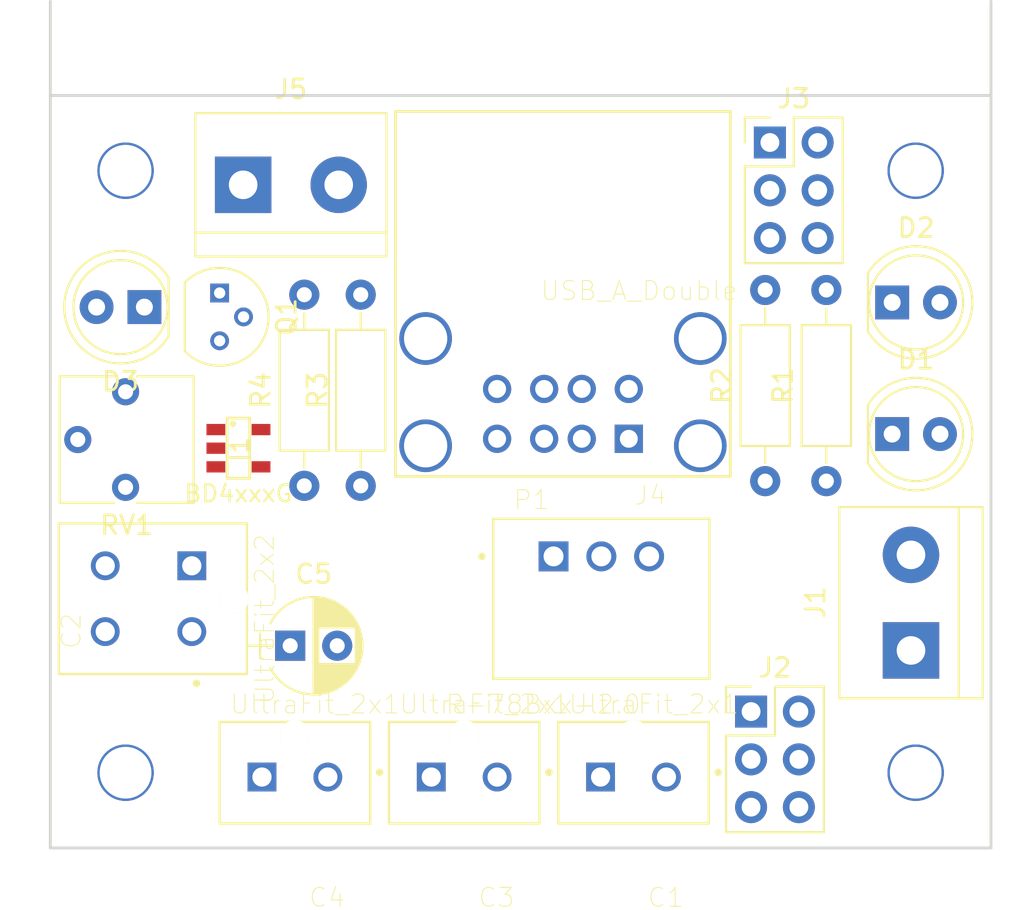
<source format=kicad_pcb>
(kicad_pcb (version 4) (host pcbnew 4.0.7)

  (general
    (links 47)
    (no_connects 47)
    (area 99.924999 54.924999 150.075001 100.075001)
    (thickness 1.6)
    (drawings 4)
    (tracks 0)
    (zones 0)
    (modules 25)
    (nets 11)
  )

  (page A4)
  (layers
    (0 F.Cu signal)
    (31 B.Cu signal)
    (32 B.Adhes user)
    (33 F.Adhes user)
    (34 B.Paste user)
    (35 F.Paste user)
    (36 B.SilkS user)
    (37 F.SilkS user)
    (38 B.Mask user)
    (39 F.Mask user)
    (40 Dwgs.User user)
    (41 Cmts.User user)
    (42 Eco1.User user)
    (43 Eco2.User user)
    (44 Edge.Cuts user)
    (45 Margin user)
    (46 B.CrtYd user)
    (47 F.CrtYd user)
    (48 B.Fab user)
    (49 F.Fab user)
  )

  (setup
    (last_trace_width 0.25)
    (trace_clearance 0.2)
    (zone_clearance 0.508)
    (zone_45_only no)
    (trace_min 0.2)
    (segment_width 0.2)
    (edge_width 0.15)
    (via_size 0.6)
    (via_drill 0.4)
    (via_min_size 0.4)
    (via_min_drill 0.3)
    (uvia_size 0.3)
    (uvia_drill 0.1)
    (uvias_allowed no)
    (uvia_min_size 0.2)
    (uvia_min_drill 0.1)
    (pcb_text_width 0.3)
    (pcb_text_size 1.5 1.5)
    (mod_edge_width 0.15)
    (mod_text_size 1 1)
    (mod_text_width 0.15)
    (pad_size 3 3)
    (pad_drill 2.75)
    (pad_to_mask_clearance 0.2)
    (aux_axis_origin 0 0)
    (grid_origin 100 100)
    (visible_elements FFFFFF7F)
    (pcbplotparams
      (layerselection 0x00030_80000001)
      (usegerberextensions false)
      (excludeedgelayer true)
      (linewidth 0.100000)
      (plotframeref false)
      (viasonmask false)
      (mode 1)
      (useauxorigin false)
      (hpglpennumber 1)
      (hpglpenspeed 20)
      (hpglpendiameter 15)
      (hpglpenoverlay 2)
      (psnegative false)
      (psa4output false)
      (plotreference true)
      (plotvalue true)
      (plotinvisibletext false)
      (padsonsilk false)
      (subtractmaskfromsilk false)
      (outputformat 1)
      (mirror false)
      (drillshape 1)
      (scaleselection 1)
      (outputdirectory ""))
  )

  (net 0 "")
  (net 1 "Net-(C1-Pad1)")
  (net 2 GND)
  (net 3 +12V)
  (net 4 "Net-(D1-Pad2)")
  (net 5 "Net-(D2-Pad2)")
  (net 6 "Net-(J3-Pad1)")
  (net 7 "Net-(D3-Pad1)")
  (net 8 "Net-(D3-Pad2)")
  (net 9 "Net-(I1-Pad1)")
  (net 10 "Net-(I1-Pad2)")

  (net_class Default "This is the default net class."
    (clearance 0.2)
    (trace_width 0.25)
    (via_dia 0.6)
    (via_drill 0.4)
    (uvia_dia 0.3)
    (uvia_drill 0.1)
    (add_net +12V)
    (add_net GND)
    (add_net "Net-(C1-Pad1)")
    (add_net "Net-(D1-Pad2)")
    (add_net "Net-(D2-Pad2)")
    (add_net "Net-(D3-Pad1)")
    (add_net "Net-(D3-Pad2)")
    (add_net "Net-(I1-Pad1)")
    (add_net "Net-(I1-Pad2)")
    (add_net "Net-(J3-Pad1)")
  )

  (module MiAM:CONV_R-78Bxx-2.0 (layer F.Cu) (tedit 0) (tstamp 5B958732)
    (at 126.75 84.5)
    (path /5B95859D)
    (fp_text reference P1 (at -1.16027 -3.00471) (layer F.SilkS)
      (effects (font (size 1.00363 1.00363) (thickness 0.05)))
    )
    (fp_text value R-78Bxx-2.0 (at -0.544523 7.87121) (layer F.SilkS)
      (effects (font (size 1.00261 1.00261) (thickness 0.05)))
    )
    (fp_line (start -3.21 6.5) (end 8.29 6.5) (layer F.SilkS) (width 0.127))
    (fp_line (start 8.29 6.5) (end 8.29 -2) (layer F.SilkS) (width 0.127))
    (fp_line (start 8.29 -2) (end -3.21 -2) (layer F.SilkS) (width 0.127))
    (fp_line (start -3.21 -2) (end -3.21 6.5) (layer F.SilkS) (width 0.127))
    (fp_line (start -3.46 -2.25) (end 8.54 -2.25) (layer Eco1.User) (width 0.05))
    (fp_line (start 8.54 -2.25) (end 8.54 6.75) (layer Eco1.User) (width 0.05))
    (fp_line (start 8.54 6.75) (end -3.46 6.75) (layer Eco1.User) (width 0.05))
    (fp_line (start -3.46 6.75) (end -3.46 -2.25) (layer Eco1.User) (width 0.05))
    (fp_line (start -3.21 -2) (end -3.21 6.5) (layer Dwgs.User) (width 0.127))
    (fp_line (start -3.21 -2) (end 8.29 -2) (layer Dwgs.User) (width 0.127))
    (fp_line (start 8.29 -2) (end 8.29 6.5) (layer Dwgs.User) (width 0.127))
    (fp_line (start -3.21 6.5) (end 8.29 6.5) (layer Dwgs.User) (width 0.127))
    (fp_circle (center -1.27 0) (end -1.17 0) (layer Dwgs.User) (width 0.2))
    (fp_circle (center -3.81 0) (end -3.71 0) (layer F.SilkS) (width 0.2))
    (pad 3 thru_hole circle (at 5.08 0) (size 1.59 1.59) (drill 1.06) (layers *.Cu *.Mask)
      (net 6 "Net-(J3-Pad1)"))
    (pad 1 thru_hole rect (at 0 0) (size 1.59 1.59) (drill 1.06) (layers *.Cu *.Mask)
      (net 3 +12V))
    (pad 2 thru_hole circle (at 2.54 0) (size 1.59 1.59) (drill 1.06) (layers *.Cu *.Mask)
      (net 2 GND))
  )

  (module LEDs:LED_D5.0mm (layer F.Cu) (tedit 5995936A) (tstamp 5B958843)
    (at 144.75 78)
    (descr "LED, diameter 5.0mm, 2 pins, http://cdn-reichelt.de/documents/datenblatt/A500/LL-504BC2E-009.pdf")
    (tags "LED diameter 5.0mm 2 pins")
    (path /5B95660D)
    (fp_text reference D1 (at 1.27 -3.96) (layer F.SilkS)
      (effects (font (size 1 1) (thickness 0.15)))
    )
    (fp_text value LED (at 1.27 3.96) (layer F.Fab)
      (effects (font (size 1 1) (thickness 0.15)))
    )
    (fp_arc (start 1.27 0) (end -1.23 -1.469694) (angle 299.1) (layer F.Fab) (width 0.1))
    (fp_arc (start 1.27 0) (end -1.29 -1.54483) (angle 148.9) (layer F.SilkS) (width 0.12))
    (fp_arc (start 1.27 0) (end -1.29 1.54483) (angle -148.9) (layer F.SilkS) (width 0.12))
    (fp_circle (center 1.27 0) (end 3.77 0) (layer F.Fab) (width 0.1))
    (fp_circle (center 1.27 0) (end 3.77 0) (layer F.SilkS) (width 0.12))
    (fp_line (start -1.23 -1.469694) (end -1.23 1.469694) (layer F.Fab) (width 0.1))
    (fp_line (start -1.29 -1.545) (end -1.29 1.545) (layer F.SilkS) (width 0.12))
    (fp_line (start -1.95 -3.25) (end -1.95 3.25) (layer F.CrtYd) (width 0.05))
    (fp_line (start -1.95 3.25) (end 4.5 3.25) (layer F.CrtYd) (width 0.05))
    (fp_line (start 4.5 3.25) (end 4.5 -3.25) (layer F.CrtYd) (width 0.05))
    (fp_line (start 4.5 -3.25) (end -1.95 -3.25) (layer F.CrtYd) (width 0.05))
    (fp_text user %R (at 1.25 0) (layer F.Fab)
      (effects (font (size 0.8 0.8) (thickness 0.2)))
    )
    (pad 1 thru_hole rect (at 0 0) (size 1.8 1.8) (drill 0.9) (layers *.Cu *.Mask)
      (net 2 GND))
    (pad 2 thru_hole circle (at 2.54 0) (size 1.8 1.8) (drill 0.9) (layers *.Cu *.Mask)
      (net 4 "Net-(D1-Pad2)"))
    (model ${KISYS3DMOD}/LEDs.3dshapes/LED_D5.0mm.wrl
      (at (xyz 0 0 0))
      (scale (xyz 0.393701 0.393701 0.393701))
      (rotate (xyz 0 0 0))
    )
  )

  (module LEDs:LED_D5.0mm (layer F.Cu) (tedit 5995936A) (tstamp 5B958849)
    (at 144.75 71)
    (descr "LED, diameter 5.0mm, 2 pins, http://cdn-reichelt.de/documents/datenblatt/A500/LL-504BC2E-009.pdf")
    (tags "LED diameter 5.0mm 2 pins")
    (path /5B958D4C)
    (fp_text reference D2 (at 1.27 -3.96) (layer F.SilkS)
      (effects (font (size 1 1) (thickness 0.15)))
    )
    (fp_text value LED (at 1.27 3.96) (layer F.Fab)
      (effects (font (size 1 1) (thickness 0.15)))
    )
    (fp_arc (start 1.27 0) (end -1.23 -1.469694) (angle 299.1) (layer F.Fab) (width 0.1))
    (fp_arc (start 1.27 0) (end -1.29 -1.54483) (angle 148.9) (layer F.SilkS) (width 0.12))
    (fp_arc (start 1.27 0) (end -1.29 1.54483) (angle -148.9) (layer F.SilkS) (width 0.12))
    (fp_circle (center 1.27 0) (end 3.77 0) (layer F.Fab) (width 0.1))
    (fp_circle (center 1.27 0) (end 3.77 0) (layer F.SilkS) (width 0.12))
    (fp_line (start -1.23 -1.469694) (end -1.23 1.469694) (layer F.Fab) (width 0.1))
    (fp_line (start -1.29 -1.545) (end -1.29 1.545) (layer F.SilkS) (width 0.12))
    (fp_line (start -1.95 -3.25) (end -1.95 3.25) (layer F.CrtYd) (width 0.05))
    (fp_line (start -1.95 3.25) (end 4.5 3.25) (layer F.CrtYd) (width 0.05))
    (fp_line (start 4.5 3.25) (end 4.5 -3.25) (layer F.CrtYd) (width 0.05))
    (fp_line (start 4.5 -3.25) (end -1.95 -3.25) (layer F.CrtYd) (width 0.05))
    (fp_text user %R (at 1.25 0) (layer F.Fab)
      (effects (font (size 0.8 0.8) (thickness 0.2)))
    )
    (pad 1 thru_hole rect (at 0 0) (size 1.8 1.8) (drill 0.9) (layers *.Cu *.Mask)
      (net 2 GND))
    (pad 2 thru_hole circle (at 2.54 0) (size 1.8 1.8) (drill 0.9) (layers *.Cu *.Mask)
      (net 5 "Net-(D2-Pad2)"))
    (model ${KISYS3DMOD}/LEDs.3dshapes/LED_D5.0mm.wrl
      (at (xyz 0 0 0))
      (scale (xyz 0.393701 0.393701 0.393701))
      (rotate (xyz 0 0 0))
    )
  )

  (module Connectors:bornier2 (layer F.Cu) (tedit 587FD522) (tstamp 5B95884F)
    (at 145.75 89.5 90)
    (descr "Bornier d'alimentation 2 pins")
    (tags DEV)
    (path /5B95696B)
    (fp_text reference J1 (at 2.54 -5.08 90) (layer F.SilkS)
      (effects (font (size 1 1) (thickness 0.15)))
    )
    (fp_text value Screw_Terminal_01x02 (at 2.54 5.08 90) (layer F.Fab)
      (effects (font (size 1 1) (thickness 0.15)))
    )
    (fp_line (start -2.41 2.55) (end 7.49 2.55) (layer F.Fab) (width 0.1))
    (fp_line (start -2.46 -3.75) (end -2.46 3.75) (layer F.Fab) (width 0.1))
    (fp_line (start -2.46 3.75) (end 7.54 3.75) (layer F.Fab) (width 0.1))
    (fp_line (start 7.54 3.75) (end 7.54 -3.75) (layer F.Fab) (width 0.1))
    (fp_line (start 7.54 -3.75) (end -2.46 -3.75) (layer F.Fab) (width 0.1))
    (fp_line (start 7.62 2.54) (end -2.54 2.54) (layer F.SilkS) (width 0.12))
    (fp_line (start 7.62 3.81) (end 7.62 -3.81) (layer F.SilkS) (width 0.12))
    (fp_line (start 7.62 -3.81) (end -2.54 -3.81) (layer F.SilkS) (width 0.12))
    (fp_line (start -2.54 -3.81) (end -2.54 3.81) (layer F.SilkS) (width 0.12))
    (fp_line (start -2.54 3.81) (end 7.62 3.81) (layer F.SilkS) (width 0.12))
    (fp_line (start -2.71 -4) (end 7.79 -4) (layer F.CrtYd) (width 0.05))
    (fp_line (start -2.71 -4) (end -2.71 4) (layer F.CrtYd) (width 0.05))
    (fp_line (start 7.79 4) (end 7.79 -4) (layer F.CrtYd) (width 0.05))
    (fp_line (start 7.79 4) (end -2.71 4) (layer F.CrtYd) (width 0.05))
    (pad 1 thru_hole rect (at 0 0 90) (size 3 3) (drill 1.52) (layers *.Cu *.Mask)
      (net 1 "Net-(C1-Pad1)"))
    (pad 2 thru_hole circle (at 5.08 0 90) (size 3 3) (drill 1.52) (layers *.Cu *.Mask)
      (net 2 GND))
    (model ${KISYS3DMOD}/Connectors.3dshapes/bornier2.wrl
      (at (xyz 0 0 0))
      (scale (xyz 1 1 1))
      (rotate (xyz 0 0 0))
    )
  )

  (module Pin_Headers:Pin_Header_Straight_2x03_Pitch2.54mm (layer F.Cu) (tedit 59650532) (tstamp 5B958859)
    (at 137.25 92.75)
    (descr "Through hole straight pin header, 2x03, 2.54mm pitch, double rows")
    (tags "Through hole pin header THT 2x03 2.54mm double row")
    (path /5B956A22)
    (fp_text reference J2 (at 1.27 -2.33) (layer F.SilkS)
      (effects (font (size 1 1) (thickness 0.15)))
    )
    (fp_text value Conn_02x03_Odd_Even (at 1.27 7.41) (layer F.Fab)
      (effects (font (size 1 1) (thickness 0.15)))
    )
    (fp_line (start 0 -1.27) (end 3.81 -1.27) (layer F.Fab) (width 0.1))
    (fp_line (start 3.81 -1.27) (end 3.81 6.35) (layer F.Fab) (width 0.1))
    (fp_line (start 3.81 6.35) (end -1.27 6.35) (layer F.Fab) (width 0.1))
    (fp_line (start -1.27 6.35) (end -1.27 0) (layer F.Fab) (width 0.1))
    (fp_line (start -1.27 0) (end 0 -1.27) (layer F.Fab) (width 0.1))
    (fp_line (start -1.33 6.41) (end 3.87 6.41) (layer F.SilkS) (width 0.12))
    (fp_line (start -1.33 1.27) (end -1.33 6.41) (layer F.SilkS) (width 0.12))
    (fp_line (start 3.87 -1.33) (end 3.87 6.41) (layer F.SilkS) (width 0.12))
    (fp_line (start -1.33 1.27) (end 1.27 1.27) (layer F.SilkS) (width 0.12))
    (fp_line (start 1.27 1.27) (end 1.27 -1.33) (layer F.SilkS) (width 0.12))
    (fp_line (start 1.27 -1.33) (end 3.87 -1.33) (layer F.SilkS) (width 0.12))
    (fp_line (start -1.33 0) (end -1.33 -1.33) (layer F.SilkS) (width 0.12))
    (fp_line (start -1.33 -1.33) (end 0 -1.33) (layer F.SilkS) (width 0.12))
    (fp_line (start -1.8 -1.8) (end -1.8 6.85) (layer F.CrtYd) (width 0.05))
    (fp_line (start -1.8 6.85) (end 4.35 6.85) (layer F.CrtYd) (width 0.05))
    (fp_line (start 4.35 6.85) (end 4.35 -1.8) (layer F.CrtYd) (width 0.05))
    (fp_line (start 4.35 -1.8) (end -1.8 -1.8) (layer F.CrtYd) (width 0.05))
    (fp_text user %R (at 1.27 2.54 90) (layer F.Fab)
      (effects (font (size 1 1) (thickness 0.15)))
    )
    (pad 1 thru_hole rect (at 0 0) (size 1.7 1.7) (drill 1) (layers *.Cu *.Mask)
      (net 1 "Net-(C1-Pad1)"))
    (pad 2 thru_hole oval (at 2.54 0) (size 1.7 1.7) (drill 1) (layers *.Cu *.Mask)
      (net 2 GND))
    (pad 3 thru_hole oval (at 0 2.54) (size 1.7 1.7) (drill 1) (layers *.Cu *.Mask)
      (net 1 "Net-(C1-Pad1)"))
    (pad 4 thru_hole oval (at 2.54 2.54) (size 1.7 1.7) (drill 1) (layers *.Cu *.Mask)
      (net 2 GND))
    (pad 5 thru_hole oval (at 0 5.08) (size 1.7 1.7) (drill 1) (layers *.Cu *.Mask)
      (net 1 "Net-(C1-Pad1)"))
    (pad 6 thru_hole oval (at 2.54 5.08) (size 1.7 1.7) (drill 1) (layers *.Cu *.Mask)
      (net 2 GND))
    (model ${KISYS3DMOD}/Pin_Headers.3dshapes/Pin_Header_Straight_2x03_Pitch2.54mm.wrl
      (at (xyz 0 0 0))
      (scale (xyz 1 1 1))
      (rotate (xyz 0 0 0))
    )
  )

  (module Pin_Headers:Pin_Header_Straight_2x03_Pitch2.54mm (layer F.Cu) (tedit 59650532) (tstamp 5B958863)
    (at 138.25 62.5)
    (descr "Through hole straight pin header, 2x03, 2.54mm pitch, double rows")
    (tags "Through hole pin header THT 2x03 2.54mm double row")
    (path /5B959101)
    (fp_text reference J3 (at 1.27 -2.33) (layer F.SilkS)
      (effects (font (size 1 1) (thickness 0.15)))
    )
    (fp_text value Conn_02x03_Odd_Even (at 1.27 7.41) (layer F.Fab)
      (effects (font (size 1 1) (thickness 0.15)))
    )
    (fp_line (start 0 -1.27) (end 3.81 -1.27) (layer F.Fab) (width 0.1))
    (fp_line (start 3.81 -1.27) (end 3.81 6.35) (layer F.Fab) (width 0.1))
    (fp_line (start 3.81 6.35) (end -1.27 6.35) (layer F.Fab) (width 0.1))
    (fp_line (start -1.27 6.35) (end -1.27 0) (layer F.Fab) (width 0.1))
    (fp_line (start -1.27 0) (end 0 -1.27) (layer F.Fab) (width 0.1))
    (fp_line (start -1.33 6.41) (end 3.87 6.41) (layer F.SilkS) (width 0.12))
    (fp_line (start -1.33 1.27) (end -1.33 6.41) (layer F.SilkS) (width 0.12))
    (fp_line (start 3.87 -1.33) (end 3.87 6.41) (layer F.SilkS) (width 0.12))
    (fp_line (start -1.33 1.27) (end 1.27 1.27) (layer F.SilkS) (width 0.12))
    (fp_line (start 1.27 1.27) (end 1.27 -1.33) (layer F.SilkS) (width 0.12))
    (fp_line (start 1.27 -1.33) (end 3.87 -1.33) (layer F.SilkS) (width 0.12))
    (fp_line (start -1.33 0) (end -1.33 -1.33) (layer F.SilkS) (width 0.12))
    (fp_line (start -1.33 -1.33) (end 0 -1.33) (layer F.SilkS) (width 0.12))
    (fp_line (start -1.8 -1.8) (end -1.8 6.85) (layer F.CrtYd) (width 0.05))
    (fp_line (start -1.8 6.85) (end 4.35 6.85) (layer F.CrtYd) (width 0.05))
    (fp_line (start 4.35 6.85) (end 4.35 -1.8) (layer F.CrtYd) (width 0.05))
    (fp_line (start 4.35 -1.8) (end -1.8 -1.8) (layer F.CrtYd) (width 0.05))
    (fp_text user %R (at 1.27 2.54 90) (layer F.Fab)
      (effects (font (size 1 1) (thickness 0.15)))
    )
    (pad 1 thru_hole rect (at 0 0) (size 1.7 1.7) (drill 1) (layers *.Cu *.Mask)
      (net 6 "Net-(J3-Pad1)"))
    (pad 2 thru_hole oval (at 2.54 0) (size 1.7 1.7) (drill 1) (layers *.Cu *.Mask)
      (net 2 GND))
    (pad 3 thru_hole oval (at 0 2.54) (size 1.7 1.7) (drill 1) (layers *.Cu *.Mask)
      (net 6 "Net-(J3-Pad1)"))
    (pad 4 thru_hole oval (at 2.54 2.54) (size 1.7 1.7) (drill 1) (layers *.Cu *.Mask)
      (net 2 GND))
    (pad 5 thru_hole oval (at 0 5.08) (size 1.7 1.7) (drill 1) (layers *.Cu *.Mask)
      (net 6 "Net-(J3-Pad1)"))
    (pad 6 thru_hole oval (at 2.54 5.08) (size 1.7 1.7) (drill 1) (layers *.Cu *.Mask)
      (net 2 GND))
    (model ${KISYS3DMOD}/Pin_Headers.3dshapes/Pin_Header_Straight_2x03_Pitch2.54mm.wrl
      (at (xyz 0 0 0))
      (scale (xyz 1 1 1))
      (rotate (xyz 0 0 0))
    )
  )

  (module MiAM:USB_A_Double_2410_05 (layer F.Cu) (tedit 5B96B2FB) (tstamp 5B96B3FC)
    (at 130.75 78.25 180)
    (path /5B96B45A)
    (fp_text reference J4 (at -1.16027 -3.00471 180) (layer F.SilkS)
      (effects (font (size 1.00363 1.00363) (thickness 0.05)))
    )
    (fp_text value USB_A_Double (at -0.544523 7.87121 180) (layer F.SilkS)
      (effects (font (size 1.00261 1.00261) (thickness 0.05)))
    )
    (fp_line (start -5.4 -2) (end 12.4 -2) (layer F.SilkS) (width 0.15))
    (fp_line (start 12.4 -2) (end 12.4 17.4) (layer F.SilkS) (width 0.15))
    (fp_line (start 12.4 17.4) (end -5.4 17.4) (layer F.SilkS) (width 0.15))
    (fp_line (start -5.4 17.4) (end -5.4 -2) (layer F.SilkS) (width 0.15))
    (fp_line (start -5.56 -2.15) (end 12.55 -2.15) (layer Eco1.User) (width 0.05))
    (fp_line (start 12.55 -2.15) (end 12.55 17.55) (layer Eco1.User) (width 0.05))
    (fp_line (start 12.55 17.55) (end -5.56 17.55) (layer Eco1.User) (width 0.05))
    (fp_line (start -5.56 17.55) (end -5.56 -2.15) (layer Eco1.User) (width 0.05))
    (fp_circle (center -1.27 0) (end -1.17 0) (layer Dwgs.User) (width 0.2))
    (fp_circle (center -3.81 0) (end -3.71 0) (layer F.SilkS) (width 0.2))
    (pad 7 thru_hole circle (at -3.8 5.33 180) (size 2.8 2.8) (drill 2.3) (layers *.Cu *.Mask))
    (pad 7 thru_hole circle (at 10.8 5.33 180) (size 2.8 2.8) (drill 2.3) (layers *.Cu *.Mask))
    (pad 7 thru_hole circle (at -3.8 -0.37 180) (size 2.8 2.8) (drill 2.3) (layers *.Cu *.Mask))
    (pad 7 thru_hole circle (at 10.8 -0.37 180) (size 2.8 2.8) (drill 2.3) (layers *.Cu *.Mask))
    (pad 1 thru_hole circle (at 0 2.65 180) (size 1.5 1.5) (drill 0.95) (layers *.Cu *.Mask)
      (net 6 "Net-(J3-Pad1)"))
    (pad 6 thru_hole circle (at 2.5 2.65 180) (size 1.5 1.5) (drill 0.95) (layers *.Cu *.Mask))
    (pad 5 thru_hole circle (at 4.5 2.65 180) (size 1.5 1.5) (drill 0.95) (layers *.Cu *.Mask))
    (pad 4 thru_hole circle (at 7 2.65 180) (size 1.5 1.5) (drill 0.95) (layers *.Cu *.Mask)
      (net 2 GND))
    (pad 4 thru_hole circle (at 7 0 180) (size 1.5 1.5) (drill 0.95) (layers *.Cu *.Mask)
      (net 2 GND))
    (pad 3 thru_hole circle (at 4.5 0 180) (size 1.5 1.5) (drill 0.95) (layers *.Cu *.Mask))
    (pad 1 thru_hole rect (at 0 0 180) (size 1.5 1.5) (drill 0.95) (layers *.Cu *.Mask)
      (net 6 "Net-(J3-Pad1)"))
    (pad 2 thru_hole circle (at 2.5 0 180) (size 1.5 1.5) (drill 0.95) (layers *.Cu *.Mask))
  )

  (module Connectors:bornier2 (layer F.Cu) (tedit 587FD522) (tstamp 5B96C693)
    (at 110.25 64.75)
    (descr "Bornier d'alimentation 2 pins")
    (tags DEV)
    (path /5B96BC9A)
    (fp_text reference J5 (at 2.54 -5.08) (layer F.SilkS)
      (effects (font (size 1 1) (thickness 0.15)))
    )
    (fp_text value Screw_Terminal_01x02 (at 2.54 5.08) (layer F.Fab)
      (effects (font (size 1 1) (thickness 0.15)))
    )
    (fp_line (start -2.41 2.55) (end 7.49 2.55) (layer F.Fab) (width 0.1))
    (fp_line (start -2.46 -3.75) (end -2.46 3.75) (layer F.Fab) (width 0.1))
    (fp_line (start -2.46 3.75) (end 7.54 3.75) (layer F.Fab) (width 0.1))
    (fp_line (start 7.54 3.75) (end 7.54 -3.75) (layer F.Fab) (width 0.1))
    (fp_line (start 7.54 -3.75) (end -2.46 -3.75) (layer F.Fab) (width 0.1))
    (fp_line (start 7.62 2.54) (end -2.54 2.54) (layer F.SilkS) (width 0.12))
    (fp_line (start 7.62 3.81) (end 7.62 -3.81) (layer F.SilkS) (width 0.12))
    (fp_line (start 7.62 -3.81) (end -2.54 -3.81) (layer F.SilkS) (width 0.12))
    (fp_line (start -2.54 -3.81) (end -2.54 3.81) (layer F.SilkS) (width 0.12))
    (fp_line (start -2.54 3.81) (end 7.62 3.81) (layer F.SilkS) (width 0.12))
    (fp_line (start -2.71 -4) (end 7.79 -4) (layer F.CrtYd) (width 0.05))
    (fp_line (start -2.71 -4) (end -2.71 4) (layer F.CrtYd) (width 0.05))
    (fp_line (start 7.79 4) (end 7.79 -4) (layer F.CrtYd) (width 0.05))
    (fp_line (start 7.79 4) (end -2.71 4) (layer F.CrtYd) (width 0.05))
    (pad 1 thru_hole rect (at 0 0) (size 3 3) (drill 1.52) (layers *.Cu *.Mask)
      (net 6 "Net-(J3-Pad1)"))
    (pad 2 thru_hole circle (at 5.08 0) (size 3 3) (drill 1.52) (layers *.Cu *.Mask)
      (net 2 GND))
    (model ${KISYS3DMOD}/Connectors.3dshapes/bornier2.wrl
      (at (xyz 0 0 0))
      (scale (xyz 1 1 1))
      (rotate (xyz 0 0 0))
    )
  )

  (module Molex_UltraFit:MOLEX_1722861102 (layer F.Cu) (tedit 5B96C7C9) (tstamp 5B96C9F2)
    (at 131 94 180)
    (path /5B9559EA)
    (fp_text reference C1 (at -1.71406 -8.63546 180) (layer F.SilkS)
      (effects (font (size 1.00238 1.00238) (thickness 0.05)))
    )
    (fp_text value UltraFit_2x1 (at -1.07887 1.64091 180) (layer F.SilkS)
      (effects (font (size 1.00362 1.00362) (thickness 0.05)))
    )
    (fp_line (start -4 -4.7) (end -4 0.7) (layer Dwgs.User) (width 0.127))
    (fp_line (start -4 0.7) (end 4 0.7) (layer Dwgs.User) (width 0.127))
    (fp_line (start 4 0.7) (end 4 -4.7) (layer Dwgs.User) (width 0.127))
    (fp_line (start 4 -4.7) (end -4 -4.7) (layer Dwgs.User) (width 0.127))
    (fp_circle (center -4.5 -1.98) (end -4.4 -1.98) (layer F.SilkS) (width 0.2))
    (fp_line (start -4.25 -8) (end 4.25 -8) (layer Eco1.User) (width 0.05))
    (fp_line (start 4.25 -8) (end 4.25 1) (layer Eco1.User) (width 0.05))
    (fp_line (start 4.25 1) (end -4.25 1) (layer Eco1.User) (width 0.05))
    (fp_line (start -4.25 1) (end -4.25 -8) (layer Eco1.User) (width 0.05))
    (fp_line (start -4 -4.7) (end -4 0.7) (layer F.SilkS) (width 0.127))
    (fp_line (start -4 0.7) (end 4 0.7) (layer F.SilkS) (width 0.127))
    (fp_line (start 4 0.7) (end 4 -4.7) (layer F.SilkS) (width 0.127))
    (fp_line (start 4 -4.7) (end -4 -4.7) (layer F.SilkS) (width 0.127))
    (pad 2 thru_hole circle (at -1.75 -2.23 180) (size 1.53 1.53) (drill 1.02) (layers *.Cu *.Mask)
      (net 2 GND))
    (pad 1 thru_hole rect (at 1.75 -2.23 180) (size 1.53 1.53) (drill 1.02) (layers *.Cu *.Mask)
      (net 1 "Net-(C1-Pad1)"))
    (pad Hole np_thru_hole circle (at 0 0 180) (size 1.6 1.6) (drill 1.6) (layers *.Cu *.Mask F.SilkS))
  )

  (module Molex_UltraFit:MOLEX_1722981104 (layer F.Cu) (tedit 5B96C8DC) (tstamp 5B96CA08)
    (at 109.75 86.75 90)
    (path /5B96CA43)
    (fp_text reference C2 (at -1.71406 -8.63546 90) (layer F.SilkS)
      (effects (font (size 1.00238 1.00238) (thickness 0.05)))
    )
    (fp_text value UltraFit_2x2 (at -1.07887 1.64091 90) (layer F.SilkS)
      (effects (font (size 1.00362 1.00362) (thickness 0.05)))
    )
    (fp_line (start -4 -9.3) (end -4 0.7) (layer Dwgs.User) (width 0.127))
    (fp_line (start -4 0.7) (end 4 0.7) (layer Dwgs.User) (width 0.127))
    (fp_line (start 4 0.7) (end 4 -9.3) (layer Dwgs.User) (width 0.127))
    (fp_line (start 4 -9.3) (end -4 -9.3) (layer Dwgs.User) (width 0.127))
    (fp_circle (center -4.5 -1.98) (end -4.4 -1.98) (layer F.SilkS) (width 0.2))
    (fp_line (start -4.25 -12.4) (end 4.25 -12.4) (layer Eco1.User) (width 0.05))
    (fp_line (start 4.25 -12.4) (end 4.25 1) (layer Eco1.User) (width 0.05))
    (fp_line (start 4.25 1) (end -4.25 1) (layer Eco1.User) (width 0.05))
    (fp_line (start -4.25 1) (end -4.25 -12.4) (layer Eco1.User) (width 0.05))
    (fp_line (start -4 -9.3) (end -4 0.7) (layer F.SilkS) (width 0.127))
    (fp_line (start -4 0.7) (end 4 0.7) (layer F.SilkS) (width 0.127))
    (fp_line (start 4 0.7) (end 4 -9.3) (layer F.SilkS) (width 0.127))
    (fp_line (start 4 -9.3) (end -4 -9.3) (layer F.SilkS) (width 0.127))
    (pad 3 thru_hole circle (at 1.75 -6.83 90) (size 1.53 1.53) (drill 1.02) (layers *.Cu *.Mask))
    (pad 4 thru_hole circle (at -1.75 -6.83 90) (size 1.53 1.53) (drill 1.02) (layers *.Cu *.Mask)
      (net 2 GND))
    (pad 2 thru_hole circle (at -1.75 -2.23 90) (size 1.53 1.53) (drill 1.02) (layers *.Cu *.Mask)
      (net 1 "Net-(C1-Pad1)"))
    (pad 1 thru_hole rect (at 1.75 -2.23 90) (size 1.53 1.53) (drill 1.02) (layers *.Cu *.Mask)
      (net 3 +12V))
    (pad Hole np_thru_hole circle (at 0 0 90) (size 1.6 1.6) (drill 1.6) (layers *.Cu *.Mask F.SilkS))
  )

  (module Molex_UltraFit:MOLEX_1722861102 (layer F.Cu) (tedit 5B96C7C9) (tstamp 5B96CA1C)
    (at 122 94 180)
    (path /5B955A5E)
    (fp_text reference C3 (at -1.71406 -8.63546 180) (layer F.SilkS)
      (effects (font (size 1.00238 1.00238) (thickness 0.05)))
    )
    (fp_text value UltraFit_2x1 (at -1.07887 1.64091 180) (layer F.SilkS)
      (effects (font (size 1.00362 1.00362) (thickness 0.05)))
    )
    (fp_line (start -4 -4.7) (end -4 0.7) (layer Dwgs.User) (width 0.127))
    (fp_line (start -4 0.7) (end 4 0.7) (layer Dwgs.User) (width 0.127))
    (fp_line (start 4 0.7) (end 4 -4.7) (layer Dwgs.User) (width 0.127))
    (fp_line (start 4 -4.7) (end -4 -4.7) (layer Dwgs.User) (width 0.127))
    (fp_circle (center -4.5 -1.98) (end -4.4 -1.98) (layer F.SilkS) (width 0.2))
    (fp_line (start -4.25 -8) (end 4.25 -8) (layer Eco1.User) (width 0.05))
    (fp_line (start 4.25 -8) (end 4.25 1) (layer Eco1.User) (width 0.05))
    (fp_line (start 4.25 1) (end -4.25 1) (layer Eco1.User) (width 0.05))
    (fp_line (start -4.25 1) (end -4.25 -8) (layer Eco1.User) (width 0.05))
    (fp_line (start -4 -4.7) (end -4 0.7) (layer F.SilkS) (width 0.127))
    (fp_line (start -4 0.7) (end 4 0.7) (layer F.SilkS) (width 0.127))
    (fp_line (start 4 0.7) (end 4 -4.7) (layer F.SilkS) (width 0.127))
    (fp_line (start 4 -4.7) (end -4 -4.7) (layer F.SilkS) (width 0.127))
    (pad 2 thru_hole circle (at -1.75 -2.23 180) (size 1.53 1.53) (drill 1.02) (layers *.Cu *.Mask)
      (net 2 GND))
    (pad 1 thru_hole rect (at 1.75 -2.23 180) (size 1.53 1.53) (drill 1.02) (layers *.Cu *.Mask)
      (net 1 "Net-(C1-Pad1)"))
    (pad Hole np_thru_hole circle (at 0 0 180) (size 1.6 1.6) (drill 1.6) (layers *.Cu *.Mask F.SilkS))
  )

  (module Molex_UltraFit:MOLEX_1722861102 (layer F.Cu) (tedit 5B96C7C9) (tstamp 5B96CA30)
    (at 113 94 180)
    (path /5B96C4D3)
    (fp_text reference C4 (at -1.71406 -8.63546 180) (layer F.SilkS)
      (effects (font (size 1.00238 1.00238) (thickness 0.05)))
    )
    (fp_text value UltraFit_2x1 (at -1.07887 1.64091 180) (layer F.SilkS)
      (effects (font (size 1.00362 1.00362) (thickness 0.05)))
    )
    (fp_line (start -4 -4.7) (end -4 0.7) (layer Dwgs.User) (width 0.127))
    (fp_line (start -4 0.7) (end 4 0.7) (layer Dwgs.User) (width 0.127))
    (fp_line (start 4 0.7) (end 4 -4.7) (layer Dwgs.User) (width 0.127))
    (fp_line (start 4 -4.7) (end -4 -4.7) (layer Dwgs.User) (width 0.127))
    (fp_circle (center -4.5 -1.98) (end -4.4 -1.98) (layer F.SilkS) (width 0.2))
    (fp_line (start -4.25 -8) (end 4.25 -8) (layer Eco1.User) (width 0.05))
    (fp_line (start 4.25 -8) (end 4.25 1) (layer Eco1.User) (width 0.05))
    (fp_line (start 4.25 1) (end -4.25 1) (layer Eco1.User) (width 0.05))
    (fp_line (start -4.25 1) (end -4.25 -8) (layer Eco1.User) (width 0.05))
    (fp_line (start -4 -4.7) (end -4 0.7) (layer F.SilkS) (width 0.127))
    (fp_line (start -4 0.7) (end 4 0.7) (layer F.SilkS) (width 0.127))
    (fp_line (start 4 0.7) (end 4 -4.7) (layer F.SilkS) (width 0.127))
    (fp_line (start 4 -4.7) (end -4 -4.7) (layer F.SilkS) (width 0.127))
    (pad 2 thru_hole circle (at -1.75 -2.23 180) (size 1.53 1.53) (drill 1.02) (layers *.Cu *.Mask)
      (net 2 GND))
    (pad 1 thru_hole rect (at 1.75 -2.23 180) (size 1.53 1.53) (drill 1.02) (layers *.Cu *.Mask)
      (net 1 "Net-(C1-Pad1)"))
    (pad Hole np_thru_hole circle (at 0 0 180) (size 1.6 1.6) (drill 1.6) (layers *.Cu *.Mask F.SilkS))
  )

  (module MiAM:NPTH_3mm_ID locked (layer F.Cu) (tedit 58E34364) (tstamp 5B96D31A)
    (at 146 96)
    (path /5B96D398)
    (fp_text reference H3 (at 0.06 0.09) (layer F.SilkS)
      (effects (font (size 1 1) (thickness 0.15)))
    )
    (fp_text value Hole_3mm_PTH (at 0 -2.7) (layer F.Fab)
      (effects (font (size 1 1) (thickness 0.15)))
    )
    (pad "" np_thru_hole circle (at 0 0) (size 3 3) (drill 2.75) (layers *.Cu *.Mask)
      (clearance 1.6))
  )

  (module MiAM:NPTH_3mm_ID locked (layer F.Cu) (tedit 58E34364) (tstamp 5B96D31F)
    (at 104 96)
    (path /5B96D44E)
    (fp_text reference H4 (at 0.06 0.09) (layer F.SilkS)
      (effects (font (size 1 1) (thickness 0.15)))
    )
    (fp_text value Hole_3mm_PTH (at 0 -2.7) (layer F.Fab)
      (effects (font (size 1 1) (thickness 0.15)))
    )
    (pad "" np_thru_hole circle (at 0 0) (size 3 3) (drill 2.75) (layers *.Cu *.Mask)
      (clearance 1.6))
  )

  (module MiAM:NPTH_3mm_ID locked (layer F.Cu) (tedit 58E34364) (tstamp 5B96D613)
    (at 104 64)
    (path /5B96D23B)
    (fp_text reference H1 (at 0.06 0.09) (layer F.SilkS)
      (effects (font (size 1 1) (thickness 0.15)))
    )
    (fp_text value Hole_3mm_PTH (at 0 -2.7) (layer F.Fab)
      (effects (font (size 1 1) (thickness 0.15)))
    )
    (pad "" np_thru_hole circle (at 0 0) (size 3 3) (drill 2.75) (layers *.Cu *.Mask)
      (clearance 1.6))
  )

  (module MiAM:NPTH_3mm_ID locked (layer F.Cu) (tedit 58E34364) (tstamp 5B96D618)
    (at 146 64)
    (path /5B96D448)
    (fp_text reference H2 (at 0.06 0.09) (layer F.SilkS)
      (effects (font (size 1 1) (thickness 0.15)))
    )
    (fp_text value Hole_3mm_PTH (at 0 -2.7) (layer F.Fab)
      (effects (font (size 1 1) (thickness 0.15)))
    )
    (pad "" np_thru_hole circle (at 0 0) (size 3 3) (drill 2.75) (layers *.Cu *.Mask)
      (clearance 1.6))
  )

  (module LEDs:LED_D5.0mm (layer F.Cu) (tedit 5995936A) (tstamp 5B9AB7E2)
    (at 105 71.25 180)
    (descr "LED, diameter 5.0mm, 2 pins, http://cdn-reichelt.de/documents/datenblatt/A500/LL-504BC2E-009.pdf")
    (tags "LED diameter 5.0mm 2 pins")
    (path /5B9ACB72)
    (fp_text reference D3 (at 1.27 -3.96 180) (layer F.SilkS)
      (effects (font (size 1 1) (thickness 0.15)))
    )
    (fp_text value LED (at 1.27 3.96 180) (layer F.Fab)
      (effects (font (size 1 1) (thickness 0.15)))
    )
    (fp_arc (start 1.27 0) (end -1.23 -1.469694) (angle 299.1) (layer F.Fab) (width 0.1))
    (fp_arc (start 1.27 0) (end -1.29 -1.54483) (angle 148.9) (layer F.SilkS) (width 0.12))
    (fp_arc (start 1.27 0) (end -1.29 1.54483) (angle -148.9) (layer F.SilkS) (width 0.12))
    (fp_circle (center 1.27 0) (end 3.77 0) (layer F.Fab) (width 0.1))
    (fp_circle (center 1.27 0) (end 3.77 0) (layer F.SilkS) (width 0.12))
    (fp_line (start -1.23 -1.469694) (end -1.23 1.469694) (layer F.Fab) (width 0.1))
    (fp_line (start -1.29 -1.545) (end -1.29 1.545) (layer F.SilkS) (width 0.12))
    (fp_line (start -1.95 -3.25) (end -1.95 3.25) (layer F.CrtYd) (width 0.05))
    (fp_line (start -1.95 3.25) (end 4.5 3.25) (layer F.CrtYd) (width 0.05))
    (fp_line (start 4.5 3.25) (end 4.5 -3.25) (layer F.CrtYd) (width 0.05))
    (fp_line (start 4.5 -3.25) (end -1.95 -3.25) (layer F.CrtYd) (width 0.05))
    (fp_text user %R (at 1.25 0 180) (layer F.Fab)
      (effects (font (size 0.8 0.8) (thickness 0.2)))
    )
    (pad 1 thru_hole rect (at 0 0 180) (size 1.8 1.8) (drill 0.9) (layers *.Cu *.Mask)
      (net 7 "Net-(D3-Pad1)"))
    (pad 2 thru_hole circle (at 2.54 0 180) (size 1.8 1.8) (drill 0.9) (layers *.Cu *.Mask)
      (net 8 "Net-(D3-Pad2)"))
    (model ${KISYS3DMOD}/LEDs.3dshapes/LED_D5.0mm.wrl
      (at (xyz 0 0 0))
      (scale (xyz 0.393701 0.393701 0.393701))
      (rotate (xyz 0 0 0))
    )
  )

  (module MiAM:SSOP-5 (layer F.Cu) (tedit 546581C3) (tstamp 5B9AB7EB)
    (at 110 78.75 270)
    (path /5B9AB4A9)
    (fp_text reference I1 (at 0.0635 -0.0635 270) (layer F.SilkS)
      (effects (font (size 0.9 0.9) (thickness 0.15)))
    )
    (fp_text value BD4xxxG (at 2.413 0 360) (layer F.SilkS)
      (effects (font (size 0.9 0.9) (thickness 0.125)))
    )
    (fp_circle (center -1.3 0.3) (end -1.3 0.2) (layer F.SilkS) (width 0.15))
    (fp_line (start -1.6 -0.6) (end -1.6 0.6) (layer F.SilkS) (width 0.15))
    (fp_line (start -1.6 0.6) (end 1.6 0.6) (layer F.SilkS) (width 0.15))
    (fp_line (start 1.6 0.6) (end 1.6 -0.6) (layer F.SilkS) (width 0.15))
    (fp_line (start 1.6 -0.6) (end -1.6 -0.6) (layer F.SilkS) (width 0.15))
    (pad 1 smd rect (at -0.99 1.2 270) (size 0.6 1) (layers F.Cu F.Paste F.Mask)
      (net 9 "Net-(I1-Pad1)"))
    (pad 2 smd rect (at 0 1.2 270) (size 0.6 1) (layers F.Cu F.Paste F.Mask)
      (net 10 "Net-(I1-Pad2)"))
    (pad 3 smd rect (at 0.99 1.2 270) (size 0.6 1) (layers F.Cu F.Paste F.Mask)
      (net 2 GND))
    (pad 4 smd rect (at 0.99 -1.2 270) (size 0.6 1) (layers F.Cu F.Paste F.Mask))
    (pad 5 smd rect (at -0.99 -1.2 270) (size 0.6 1) (layers F.Cu F.Paste F.Mask))
  )

  (module TO_SOT_Packages_THT:TO-92_Molded_Narrow (layer F.Cu) (tedit 58CE52AF) (tstamp 5B9AB7F2)
    (at 109 70.5 270)
    (descr "TO-92 leads molded, narrow, drill 0.6mm (see NXP sot054_po.pdf)")
    (tags "to-92 sc-43 sc-43a sot54 PA33 transistor")
    (path /5B9AC4C2)
    (fp_text reference Q1 (at 1.27 -3.56 270) (layer F.SilkS)
      (effects (font (size 1 1) (thickness 0.15)))
    )
    (fp_text value BS170 (at 1.27 2.79 270) (layer F.Fab)
      (effects (font (size 1 1) (thickness 0.15)))
    )
    (fp_text user %R (at 1.27 -3.56 270) (layer F.Fab)
      (effects (font (size 1 1) (thickness 0.15)))
    )
    (fp_line (start -0.53 1.85) (end 3.07 1.85) (layer F.SilkS) (width 0.12))
    (fp_line (start -0.5 1.75) (end 3 1.75) (layer F.Fab) (width 0.1))
    (fp_line (start -1.46 -2.73) (end 4 -2.73) (layer F.CrtYd) (width 0.05))
    (fp_line (start -1.46 -2.73) (end -1.46 2.01) (layer F.CrtYd) (width 0.05))
    (fp_line (start 4 2.01) (end 4 -2.73) (layer F.CrtYd) (width 0.05))
    (fp_line (start 4 2.01) (end -1.46 2.01) (layer F.CrtYd) (width 0.05))
    (fp_arc (start 1.27 0) (end 1.27 -2.48) (angle 135) (layer F.Fab) (width 0.1))
    (fp_arc (start 1.27 0) (end 1.27 -2.6) (angle -135) (layer F.SilkS) (width 0.12))
    (fp_arc (start 1.27 0) (end 1.27 -2.48) (angle -135) (layer F.Fab) (width 0.1))
    (fp_arc (start 1.27 0) (end 1.27 -2.6) (angle 135) (layer F.SilkS) (width 0.12))
    (pad 2 thru_hole circle (at 1.27 -1.27) (size 1 1) (drill 0.6) (layers *.Cu *.Mask)
      (net 9 "Net-(I1-Pad1)"))
    (pad 3 thru_hole circle (at 2.54 0) (size 1 1) (drill 0.6) (layers *.Cu *.Mask)
      (net 2 GND))
    (pad 1 thru_hole rect (at 0 0) (size 1 1) (drill 0.6) (layers *.Cu *.Mask)
      (net 7 "Net-(D3-Pad1)"))
    (model ${KISYS3DMOD}/TO_SOT_Packages_THT.3dshapes/TO-92_Molded_Narrow.wrl
      (at (xyz 0.05 0 0))
      (scale (xyz 1 1 1))
      (rotate (xyz 0 0 -90))
    )
  )

  (module Potentiometers:Potentiometer_Trimmer_Vishay_T73YP_Horizontal (layer F.Cu) (tedit 58826B09) (tstamp 5B9B37AE)
    (at 104 75.75 180)
    (descr "Potentiometer, horizontally mounted, Omeg PC16PU, Omeg PC16PU, Omeg PC16PU, Vishay/Spectrol 248GJ/249GJ Single, Vishay/Spectrol 248GJ/249GJ Single, Vishay/Spectrol 248GJ/249GJ Single, Vishay/Spectrol 248GH/249GH Single, Vishay/Spectrol 148/149 Single, Vishay/Spectrol 148/149 Single, Vishay/Spectrol 148/149 Single, Vishay/Spectrol 148A/149A Single with mounting plates, Vishay/Spectrol 148/149 Double, Vishay/Spectrol 148A/149A Double with mounting plates, Piher PC-16 Single, Piher PC-16 Single, Piher PC-16 Single, Piher PC-16SV Single, Piher PC-16 Double, Piher PC-16 Triple, Piher T16H Single, Piher T16L Single, Piher T16H Double, Alps RK163 Single, Alps RK163 Double, Alps RK097 Single, Alps RK097 Double, Bourns PTV09A-2 Single with mounting sleve Single, Bourns PTV09A-1 with mounting sleve Single, Bourns PRS11S Single, Alps RK09K Single with mounting sleve Single, Alps RK09K with mounting sleve Single, Alps RK09L Single, Alps RK09L Single, Alps RK09L Double, Alps RK09L Double, Alps RK09Y Single, Bourns 3339S Single, Bourns 3339S Single, Bourns 3339P Single, Bourns 3339H Single, Vishay T7YA Single, Suntan TSR-3386H Single, Suntan TSR-3386H Single, Suntan TSR-3386P Single, Vishay T73XX Single, Vishay T73XX Single, Vishay T73YP Single, http://www.vishay.com/docs/51016/t73.pdf")
    (tags "Potentiometer horizontal  Omeg PC16PU  Omeg PC16PU  Omeg PC16PU  Vishay/Spectrol 248GJ/249GJ Single  Vishay/Spectrol 248GJ/249GJ Single  Vishay/Spectrol 248GJ/249GJ Single  Vishay/Spectrol 248GH/249GH Single  Vishay/Spectrol 148/149 Single  Vishay/Spectrol 148/149 Single  Vishay/Spectrol 148/149 Single  Vishay/Spectrol 148A/149A Single with mounting plates  Vishay/Spectrol 148/149 Double  Vishay/Spectrol 148A/149A Double with mounting plates  Piher PC-16 Single  Piher PC-16 Single  Piher PC-16 Single  Piher PC-16SV Single  Piher PC-16 Double  Piher PC-16 Triple  Piher T16H Single  Piher T16L Single  Piher T16H Double  Alps RK163 Single  Alps RK163 Double  Alps RK097 Single  Alps RK097 Double  Bourns PTV09A-2 Single with mounting sleve Single  Bourns PTV09A-1 with mounting sleve Single  Bourns PRS11S Single  Alps RK09K Single with mounting sleve Single  Alps RK09K with mounting sleve Single  Alps RK09L Single  Alps RK09L Single  Alps RK09L Double  Alps RK09L Double  Alps RK09Y Single  Bourns 3339S Single  Bourns 3339S Single  Bourns 3339P Single  Bourns 3339H Single  Vishay T7YA Single  Suntan TSR-3386H Single  Suntan TSR-3386H Single  Suntan TSR-3386P Single  Vishay T73XX Single  Vishay T73XX Single  Vishay T73YP Single")
    (path /5B9AF344)
    (fp_text reference RV1 (at -0.06 -7.09 180) (layer F.SilkS)
      (effects (font (size 1 1) (thickness 0.15)))
    )
    (fp_text value 50k (at -0.06 2.01 180) (layer F.Fab)
      (effects (font (size 1 1) (thickness 0.15)))
    )
    (fp_circle (center 0.24 -2.54) (end 1.74 -2.54) (layer F.Fab) (width 0.1))
    (fp_circle (center 0.24 -2.54) (end 1.74 -2.54) (layer F.Fab) (width 0.1))
    (fp_line (start -3.56 -5.84) (end -3.56 0.76) (layer F.Fab) (width 0.1))
    (fp_line (start -3.56 0.76) (end 3.44 0.76) (layer F.Fab) (width 0.1))
    (fp_line (start 3.44 0.76) (end 3.44 -5.84) (layer F.Fab) (width 0.1))
    (fp_line (start 3.44 -5.84) (end -3.56 -5.84) (layer F.Fab) (width 0.1))
    (fp_line (start -0.961 -2.616) (end 0.164 -2.616) (layer F.Fab) (width 0.1))
    (fp_line (start 0.164 -2.616) (end 0.164 -3.741) (layer F.Fab) (width 0.1))
    (fp_line (start 0.164 -3.741) (end 0.316 -3.741) (layer F.Fab) (width 0.1))
    (fp_line (start 0.316 -3.741) (end 0.316 -2.616) (layer F.Fab) (width 0.1))
    (fp_line (start 0.316 -2.616) (end 1.441 -2.616) (layer F.Fab) (width 0.1))
    (fp_line (start 1.441 -2.616) (end 1.441 -2.464) (layer F.Fab) (width 0.1))
    (fp_line (start 1.441 -2.464) (end 0.316 -2.464) (layer F.Fab) (width 0.1))
    (fp_line (start 0.316 -2.464) (end 0.316 -1.339) (layer F.Fab) (width 0.1))
    (fp_line (start 0.316 -1.339) (end 0.164 -1.339) (layer F.Fab) (width 0.1))
    (fp_line (start 0.164 -1.339) (end 0.164 -2.464) (layer F.Fab) (width 0.1))
    (fp_line (start 0.164 -2.464) (end -0.961 -2.464) (layer F.Fab) (width 0.1))
    (fp_line (start -0.961 -2.464) (end -0.961 -2.616) (layer F.Fab) (width 0.1))
    (fp_line (start -3.62 -5.9) (end -0.611 -5.9) (layer F.SilkS) (width 0.12))
    (fp_line (start 0.611 -5.9) (end 3.5 -5.9) (layer F.SilkS) (width 0.12))
    (fp_line (start -3.62 0.82) (end -0.611 0.82) (layer F.SilkS) (width 0.12))
    (fp_line (start 0.611 0.82) (end 3.5 0.82) (layer F.SilkS) (width 0.12))
    (fp_line (start -3.62 -5.9) (end -3.62 0.82) (layer F.SilkS) (width 0.12))
    (fp_line (start 3.5 -5.9) (end 3.5 0.82) (layer F.SilkS) (width 0.12))
    (fp_line (start -3.85 -6.1) (end -3.85 1.05) (layer F.CrtYd) (width 0.05))
    (fp_line (start -3.85 1.05) (end 3.7 1.05) (layer F.CrtYd) (width 0.05))
    (fp_line (start 3.7 1.05) (end 3.7 -6.1) (layer F.CrtYd) (width 0.05))
    (fp_line (start 3.7 -6.1) (end -3.85 -6.1) (layer F.CrtYd) (width 0.05))
    (pad 3 thru_hole circle (at 0 -5.08 180) (size 1.44 1.44) (drill 0.8) (layers *.Cu *.Mask)
      (net 2 GND))
    (pad 2 thru_hole circle (at 2.54 -2.54 180) (size 1.44 1.44) (drill 0.8) (layers *.Cu *.Mask)
      (net 2 GND))
    (pad 1 thru_hole circle (at 0 0 180) (size 1.44 1.44) (drill 0.8) (layers *.Cu *.Mask)
      (net 10 "Net-(I1-Pad2)"))
    (model Potentiometers.3dshapes/Potentiometer_Trimmer_Vishay_T73YP_Horizontal.wrl
      (at (xyz 0 0 0))
      (scale (xyz 0.393701 0.393701 0.393701))
      (rotate (xyz 0 0 0))
    )
  )

  (module Capacitors_THT:CP_Radial_D5.0mm_P2.50mm (layer F.Cu) (tedit 597BC7C2) (tstamp 5B9BB24D)
    (at 112.75 89.25)
    (descr "CP, Radial series, Radial, pin pitch=2.50mm, , diameter=5mm, Electrolytic Capacitor")
    (tags "CP Radial series Radial pin pitch 2.50mm  diameter 5mm Electrolytic Capacitor")
    (path /5B9ACB50)
    (fp_text reference C5 (at 1.25 -3.81) (layer F.SilkS)
      (effects (font (size 1 1) (thickness 0.15)))
    )
    (fp_text value CP1 (at 1.25 3.81) (layer F.Fab)
      (effects (font (size 1 1) (thickness 0.15)))
    )
    (fp_arc (start 1.25 0) (end -1.05558 -1.18) (angle 125.8) (layer F.SilkS) (width 0.12))
    (fp_arc (start 1.25 0) (end -1.05558 1.18) (angle -125.8) (layer F.SilkS) (width 0.12))
    (fp_arc (start 1.25 0) (end 3.55558 -1.18) (angle 54.2) (layer F.SilkS) (width 0.12))
    (fp_circle (center 1.25 0) (end 3.75 0) (layer F.Fab) (width 0.1))
    (fp_line (start -2.2 0) (end -1 0) (layer F.Fab) (width 0.1))
    (fp_line (start -1.6 -0.65) (end -1.6 0.65) (layer F.Fab) (width 0.1))
    (fp_line (start 1.25 -2.55) (end 1.25 2.55) (layer F.SilkS) (width 0.12))
    (fp_line (start 1.29 -2.55) (end 1.29 2.55) (layer F.SilkS) (width 0.12))
    (fp_line (start 1.33 -2.549) (end 1.33 2.549) (layer F.SilkS) (width 0.12))
    (fp_line (start 1.37 -2.548) (end 1.37 2.548) (layer F.SilkS) (width 0.12))
    (fp_line (start 1.41 -2.546) (end 1.41 2.546) (layer F.SilkS) (width 0.12))
    (fp_line (start 1.45 -2.543) (end 1.45 2.543) (layer F.SilkS) (width 0.12))
    (fp_line (start 1.49 -2.539) (end 1.49 2.539) (layer F.SilkS) (width 0.12))
    (fp_line (start 1.53 -2.535) (end 1.53 -0.98) (layer F.SilkS) (width 0.12))
    (fp_line (start 1.53 0.98) (end 1.53 2.535) (layer F.SilkS) (width 0.12))
    (fp_line (start 1.57 -2.531) (end 1.57 -0.98) (layer F.SilkS) (width 0.12))
    (fp_line (start 1.57 0.98) (end 1.57 2.531) (layer F.SilkS) (width 0.12))
    (fp_line (start 1.61 -2.525) (end 1.61 -0.98) (layer F.SilkS) (width 0.12))
    (fp_line (start 1.61 0.98) (end 1.61 2.525) (layer F.SilkS) (width 0.12))
    (fp_line (start 1.65 -2.519) (end 1.65 -0.98) (layer F.SilkS) (width 0.12))
    (fp_line (start 1.65 0.98) (end 1.65 2.519) (layer F.SilkS) (width 0.12))
    (fp_line (start 1.69 -2.513) (end 1.69 -0.98) (layer F.SilkS) (width 0.12))
    (fp_line (start 1.69 0.98) (end 1.69 2.513) (layer F.SilkS) (width 0.12))
    (fp_line (start 1.73 -2.506) (end 1.73 -0.98) (layer F.SilkS) (width 0.12))
    (fp_line (start 1.73 0.98) (end 1.73 2.506) (layer F.SilkS) (width 0.12))
    (fp_line (start 1.77 -2.498) (end 1.77 -0.98) (layer F.SilkS) (width 0.12))
    (fp_line (start 1.77 0.98) (end 1.77 2.498) (layer F.SilkS) (width 0.12))
    (fp_line (start 1.81 -2.489) (end 1.81 -0.98) (layer F.SilkS) (width 0.12))
    (fp_line (start 1.81 0.98) (end 1.81 2.489) (layer F.SilkS) (width 0.12))
    (fp_line (start 1.85 -2.48) (end 1.85 -0.98) (layer F.SilkS) (width 0.12))
    (fp_line (start 1.85 0.98) (end 1.85 2.48) (layer F.SilkS) (width 0.12))
    (fp_line (start 1.89 -2.47) (end 1.89 -0.98) (layer F.SilkS) (width 0.12))
    (fp_line (start 1.89 0.98) (end 1.89 2.47) (layer F.SilkS) (width 0.12))
    (fp_line (start 1.93 -2.46) (end 1.93 -0.98) (layer F.SilkS) (width 0.12))
    (fp_line (start 1.93 0.98) (end 1.93 2.46) (layer F.SilkS) (width 0.12))
    (fp_line (start 1.971 -2.448) (end 1.971 -0.98) (layer F.SilkS) (width 0.12))
    (fp_line (start 1.971 0.98) (end 1.971 2.448) (layer F.SilkS) (width 0.12))
    (fp_line (start 2.011 -2.436) (end 2.011 -0.98) (layer F.SilkS) (width 0.12))
    (fp_line (start 2.011 0.98) (end 2.011 2.436) (layer F.SilkS) (width 0.12))
    (fp_line (start 2.051 -2.424) (end 2.051 -0.98) (layer F.SilkS) (width 0.12))
    (fp_line (start 2.051 0.98) (end 2.051 2.424) (layer F.SilkS) (width 0.12))
    (fp_line (start 2.091 -2.41) (end 2.091 -0.98) (layer F.SilkS) (width 0.12))
    (fp_line (start 2.091 0.98) (end 2.091 2.41) (layer F.SilkS) (width 0.12))
    (fp_line (start 2.131 -2.396) (end 2.131 -0.98) (layer F.SilkS) (width 0.12))
    (fp_line (start 2.131 0.98) (end 2.131 2.396) (layer F.SilkS) (width 0.12))
    (fp_line (start 2.171 -2.382) (end 2.171 -0.98) (layer F.SilkS) (width 0.12))
    (fp_line (start 2.171 0.98) (end 2.171 2.382) (layer F.SilkS) (width 0.12))
    (fp_line (start 2.211 -2.366) (end 2.211 -0.98) (layer F.SilkS) (width 0.12))
    (fp_line (start 2.211 0.98) (end 2.211 2.366) (layer F.SilkS) (width 0.12))
    (fp_line (start 2.251 -2.35) (end 2.251 -0.98) (layer F.SilkS) (width 0.12))
    (fp_line (start 2.251 0.98) (end 2.251 2.35) (layer F.SilkS) (width 0.12))
    (fp_line (start 2.291 -2.333) (end 2.291 -0.98) (layer F.SilkS) (width 0.12))
    (fp_line (start 2.291 0.98) (end 2.291 2.333) (layer F.SilkS) (width 0.12))
    (fp_line (start 2.331 -2.315) (end 2.331 -0.98) (layer F.SilkS) (width 0.12))
    (fp_line (start 2.331 0.98) (end 2.331 2.315) (layer F.SilkS) (width 0.12))
    (fp_line (start 2.371 -2.296) (end 2.371 -0.98) (layer F.SilkS) (width 0.12))
    (fp_line (start 2.371 0.98) (end 2.371 2.296) (layer F.SilkS) (width 0.12))
    (fp_line (start 2.411 -2.276) (end 2.411 -0.98) (layer F.SilkS) (width 0.12))
    (fp_line (start 2.411 0.98) (end 2.411 2.276) (layer F.SilkS) (width 0.12))
    (fp_line (start 2.451 -2.256) (end 2.451 -0.98) (layer F.SilkS) (width 0.12))
    (fp_line (start 2.451 0.98) (end 2.451 2.256) (layer F.SilkS) (width 0.12))
    (fp_line (start 2.491 -2.234) (end 2.491 -0.98) (layer F.SilkS) (width 0.12))
    (fp_line (start 2.491 0.98) (end 2.491 2.234) (layer F.SilkS) (width 0.12))
    (fp_line (start 2.531 -2.212) (end 2.531 -0.98) (layer F.SilkS) (width 0.12))
    (fp_line (start 2.531 0.98) (end 2.531 2.212) (layer F.SilkS) (width 0.12))
    (fp_line (start 2.571 -2.189) (end 2.571 -0.98) (layer F.SilkS) (width 0.12))
    (fp_line (start 2.571 0.98) (end 2.571 2.189) (layer F.SilkS) (width 0.12))
    (fp_line (start 2.611 -2.165) (end 2.611 -0.98) (layer F.SilkS) (width 0.12))
    (fp_line (start 2.611 0.98) (end 2.611 2.165) (layer F.SilkS) (width 0.12))
    (fp_line (start 2.651 -2.14) (end 2.651 -0.98) (layer F.SilkS) (width 0.12))
    (fp_line (start 2.651 0.98) (end 2.651 2.14) (layer F.SilkS) (width 0.12))
    (fp_line (start 2.691 -2.113) (end 2.691 -0.98) (layer F.SilkS) (width 0.12))
    (fp_line (start 2.691 0.98) (end 2.691 2.113) (layer F.SilkS) (width 0.12))
    (fp_line (start 2.731 -2.086) (end 2.731 -0.98) (layer F.SilkS) (width 0.12))
    (fp_line (start 2.731 0.98) (end 2.731 2.086) (layer F.SilkS) (width 0.12))
    (fp_line (start 2.771 -2.058) (end 2.771 -0.98) (layer F.SilkS) (width 0.12))
    (fp_line (start 2.771 0.98) (end 2.771 2.058) (layer F.SilkS) (width 0.12))
    (fp_line (start 2.811 -2.028) (end 2.811 -0.98) (layer F.SilkS) (width 0.12))
    (fp_line (start 2.811 0.98) (end 2.811 2.028) (layer F.SilkS) (width 0.12))
    (fp_line (start 2.851 -1.997) (end 2.851 -0.98) (layer F.SilkS) (width 0.12))
    (fp_line (start 2.851 0.98) (end 2.851 1.997) (layer F.SilkS) (width 0.12))
    (fp_line (start 2.891 -1.965) (end 2.891 -0.98) (layer F.SilkS) (width 0.12))
    (fp_line (start 2.891 0.98) (end 2.891 1.965) (layer F.SilkS) (width 0.12))
    (fp_line (start 2.931 -1.932) (end 2.931 -0.98) (layer F.SilkS) (width 0.12))
    (fp_line (start 2.931 0.98) (end 2.931 1.932) (layer F.SilkS) (width 0.12))
    (fp_line (start 2.971 -1.897) (end 2.971 -0.98) (layer F.SilkS) (width 0.12))
    (fp_line (start 2.971 0.98) (end 2.971 1.897) (layer F.SilkS) (width 0.12))
    (fp_line (start 3.011 -1.861) (end 3.011 -0.98) (layer F.SilkS) (width 0.12))
    (fp_line (start 3.011 0.98) (end 3.011 1.861) (layer F.SilkS) (width 0.12))
    (fp_line (start 3.051 -1.823) (end 3.051 -0.98) (layer F.SilkS) (width 0.12))
    (fp_line (start 3.051 0.98) (end 3.051 1.823) (layer F.SilkS) (width 0.12))
    (fp_line (start 3.091 -1.783) (end 3.091 -0.98) (layer F.SilkS) (width 0.12))
    (fp_line (start 3.091 0.98) (end 3.091 1.783) (layer F.SilkS) (width 0.12))
    (fp_line (start 3.131 -1.742) (end 3.131 -0.98) (layer F.SilkS) (width 0.12))
    (fp_line (start 3.131 0.98) (end 3.131 1.742) (layer F.SilkS) (width 0.12))
    (fp_line (start 3.171 -1.699) (end 3.171 -0.98) (layer F.SilkS) (width 0.12))
    (fp_line (start 3.171 0.98) (end 3.171 1.699) (layer F.SilkS) (width 0.12))
    (fp_line (start 3.211 -1.654) (end 3.211 -0.98) (layer F.SilkS) (width 0.12))
    (fp_line (start 3.211 0.98) (end 3.211 1.654) (layer F.SilkS) (width 0.12))
    (fp_line (start 3.251 -1.606) (end 3.251 -0.98) (layer F.SilkS) (width 0.12))
    (fp_line (start 3.251 0.98) (end 3.251 1.606) (layer F.SilkS) (width 0.12))
    (fp_line (start 3.291 -1.556) (end 3.291 -0.98) (layer F.SilkS) (width 0.12))
    (fp_line (start 3.291 0.98) (end 3.291 1.556) (layer F.SilkS) (width 0.12))
    (fp_line (start 3.331 -1.504) (end 3.331 -0.98) (layer F.SilkS) (width 0.12))
    (fp_line (start 3.331 0.98) (end 3.331 1.504) (layer F.SilkS) (width 0.12))
    (fp_line (start 3.371 -1.448) (end 3.371 -0.98) (layer F.SilkS) (width 0.12))
    (fp_line (start 3.371 0.98) (end 3.371 1.448) (layer F.SilkS) (width 0.12))
    (fp_line (start 3.411 -1.39) (end 3.411 -0.98) (layer F.SilkS) (width 0.12))
    (fp_line (start 3.411 0.98) (end 3.411 1.39) (layer F.SilkS) (width 0.12))
    (fp_line (start 3.451 -1.327) (end 3.451 -0.98) (layer F.SilkS) (width 0.12))
    (fp_line (start 3.451 0.98) (end 3.451 1.327) (layer F.SilkS) (width 0.12))
    (fp_line (start 3.491 -1.261) (end 3.491 1.261) (layer F.SilkS) (width 0.12))
    (fp_line (start 3.531 -1.189) (end 3.531 1.189) (layer F.SilkS) (width 0.12))
    (fp_line (start 3.571 -1.112) (end 3.571 1.112) (layer F.SilkS) (width 0.12))
    (fp_line (start 3.611 -1.028) (end 3.611 1.028) (layer F.SilkS) (width 0.12))
    (fp_line (start 3.651 -0.934) (end 3.651 0.934) (layer F.SilkS) (width 0.12))
    (fp_line (start 3.691 -0.829) (end 3.691 0.829) (layer F.SilkS) (width 0.12))
    (fp_line (start 3.731 -0.707) (end 3.731 0.707) (layer F.SilkS) (width 0.12))
    (fp_line (start 3.771 -0.559) (end 3.771 0.559) (layer F.SilkS) (width 0.12))
    (fp_line (start 3.811 -0.354) (end 3.811 0.354) (layer F.SilkS) (width 0.12))
    (fp_line (start -2.2 0) (end -1 0) (layer F.SilkS) (width 0.12))
    (fp_line (start -1.6 -0.65) (end -1.6 0.65) (layer F.SilkS) (width 0.12))
    (fp_line (start -1.6 -2.85) (end -1.6 2.85) (layer F.CrtYd) (width 0.05))
    (fp_line (start -1.6 2.85) (end 4.1 2.85) (layer F.CrtYd) (width 0.05))
    (fp_line (start 4.1 2.85) (end 4.1 -2.85) (layer F.CrtYd) (width 0.05))
    (fp_line (start 4.1 -2.85) (end -1.6 -2.85) (layer F.CrtYd) (width 0.05))
    (fp_text user %R (at 1.25 0) (layer F.Fab)
      (effects (font (size 1 1) (thickness 0.15)))
    )
    (pad 1 thru_hole rect (at 0 0) (size 1.6 1.6) (drill 0.8) (layers *.Cu *.Mask)
      (net 1 "Net-(C1-Pad1)"))
    (pad 2 thru_hole circle (at 2.5 0) (size 1.6 1.6) (drill 0.8) (layers *.Cu *.Mask)
      (net 2 GND))
    (model ${KISYS3DMOD}/Capacitors_THT.3dshapes/CP_Radial_D5.0mm_P2.50mm.wrl
      (at (xyz 0 0 0))
      (scale (xyz 1 1 1))
      (rotate (xyz 0 0 0))
    )
  )

  (module Resistors_THT:R_Axial_DIN0207_L6.3mm_D2.5mm_P10.16mm_Horizontal (layer F.Cu) (tedit 5B9AC9DE) (tstamp 5B9BD7AF)
    (at 141.25 80.5 90)
    (descr "Resistor, Axial_DIN0207 series, Axial, Horizontal, pin pitch=10.16mm, 0.25W = 1/4W, length*diameter=6.3*2.5mm^2, http://cdn-reichelt.de/documents/datenblatt/B400/1_4W%23YAG.pdf")
    (tags "Resistor Axial_DIN0207 series Axial Horizontal pin pitch 10.16mm 0.25W = 1/4W length 6.3mm diameter 2.5mm")
    (path /5B9565E6)
    (fp_text reference R1 (at 5.08 -2.31 90) (layer F.SilkS)
      (effects (font (size 1 1) (thickness 0.15)))
    )
    (fp_text value 2k (at 5 0 90) (layer F.Fab)
      (effects (font (size 1 1) (thickness 0.15)))
    )
    (fp_line (start 1.93 -1.25) (end 1.93 1.25) (layer F.Fab) (width 0.1))
    (fp_line (start 1.93 1.25) (end 8.23 1.25) (layer F.Fab) (width 0.1))
    (fp_line (start 8.23 1.25) (end 8.23 -1.25) (layer F.Fab) (width 0.1))
    (fp_line (start 8.23 -1.25) (end 1.93 -1.25) (layer F.Fab) (width 0.1))
    (fp_line (start 0 0) (end 1.93 0) (layer F.Fab) (width 0.1))
    (fp_line (start 10.16 0) (end 8.23 0) (layer F.Fab) (width 0.1))
    (fp_line (start 1.87 -1.31) (end 1.87 1.31) (layer F.SilkS) (width 0.12))
    (fp_line (start 1.87 1.31) (end 8.29 1.31) (layer F.SilkS) (width 0.12))
    (fp_line (start 8.29 1.31) (end 8.29 -1.31) (layer F.SilkS) (width 0.12))
    (fp_line (start 8.29 -1.31) (end 1.87 -1.31) (layer F.SilkS) (width 0.12))
    (fp_line (start 0.98 0) (end 1.87 0) (layer F.SilkS) (width 0.12))
    (fp_line (start 9.18 0) (end 8.29 0) (layer F.SilkS) (width 0.12))
    (fp_line (start -1.05 -1.6) (end -1.05 1.6) (layer F.CrtYd) (width 0.05))
    (fp_line (start -1.05 1.6) (end 11.25 1.6) (layer F.CrtYd) (width 0.05))
    (fp_line (start 11.25 1.6) (end 11.25 -1.6) (layer F.CrtYd) (width 0.05))
    (fp_line (start 11.25 -1.6) (end -1.05 -1.6) (layer F.CrtYd) (width 0.05))
    (pad 1 thru_hole circle (at 0 0 90) (size 1.6 1.6) (drill 0.8) (layers *.Cu *.Mask)
      (net 1 "Net-(C1-Pad1)"))
    (pad 2 thru_hole oval (at 10.16 0 90) (size 1.6 1.6) (drill 0.8) (layers *.Cu *.Mask)
      (net 4 "Net-(D1-Pad2)"))
    (model ${KISYS3DMOD}/Resistors_THT.3dshapes/R_Axial_DIN0207_L6.3mm_D2.5mm_P10.16mm_Horizontal.wrl
      (at (xyz 0 0 0))
      (scale (xyz 0.393701 0.393701 0.393701))
      (rotate (xyz 0 0 0))
    )
  )

  (module Resistors_THT:R_Axial_DIN0207_L6.3mm_D2.5mm_P10.16mm_Horizontal (layer F.Cu) (tedit 5B9AC9DB) (tstamp 5B9BD7B4)
    (at 138 80.5 90)
    (descr "Resistor, Axial_DIN0207 series, Axial, Horizontal, pin pitch=10.16mm, 0.25W = 1/4W, length*diameter=6.3*2.5mm^2, http://cdn-reichelt.de/documents/datenblatt/B400/1_4W%23YAG.pdf")
    (tags "Resistor Axial_DIN0207 series Axial Horizontal pin pitch 10.16mm 0.25W = 1/4W length 6.3mm diameter 2.5mm")
    (path /5B958D46)
    (fp_text reference R2 (at 5.08 -2.31 90) (layer F.SilkS)
      (effects (font (size 1 1) (thickness 0.15)))
    )
    (fp_text value 600 (at 4.75 0 90) (layer F.Fab)
      (effects (font (size 1 1) (thickness 0.15)))
    )
    (fp_line (start 1.93 -1.25) (end 1.93 1.25) (layer F.Fab) (width 0.1))
    (fp_line (start 1.93 1.25) (end 8.23 1.25) (layer F.Fab) (width 0.1))
    (fp_line (start 8.23 1.25) (end 8.23 -1.25) (layer F.Fab) (width 0.1))
    (fp_line (start 8.23 -1.25) (end 1.93 -1.25) (layer F.Fab) (width 0.1))
    (fp_line (start 0 0) (end 1.93 0) (layer F.Fab) (width 0.1))
    (fp_line (start 10.16 0) (end 8.23 0) (layer F.Fab) (width 0.1))
    (fp_line (start 1.87 -1.31) (end 1.87 1.31) (layer F.SilkS) (width 0.12))
    (fp_line (start 1.87 1.31) (end 8.29 1.31) (layer F.SilkS) (width 0.12))
    (fp_line (start 8.29 1.31) (end 8.29 -1.31) (layer F.SilkS) (width 0.12))
    (fp_line (start 8.29 -1.31) (end 1.87 -1.31) (layer F.SilkS) (width 0.12))
    (fp_line (start 0.98 0) (end 1.87 0) (layer F.SilkS) (width 0.12))
    (fp_line (start 9.18 0) (end 8.29 0) (layer F.SilkS) (width 0.12))
    (fp_line (start -1.05 -1.6) (end -1.05 1.6) (layer F.CrtYd) (width 0.05))
    (fp_line (start -1.05 1.6) (end 11.25 1.6) (layer F.CrtYd) (width 0.05))
    (fp_line (start 11.25 1.6) (end 11.25 -1.6) (layer F.CrtYd) (width 0.05))
    (fp_line (start 11.25 -1.6) (end -1.05 -1.6) (layer F.CrtYd) (width 0.05))
    (pad 1 thru_hole circle (at 0 0 90) (size 1.6 1.6) (drill 0.8) (layers *.Cu *.Mask)
      (net 6 "Net-(J3-Pad1)"))
    (pad 2 thru_hole oval (at 10.16 0 90) (size 1.6 1.6) (drill 0.8) (layers *.Cu *.Mask)
      (net 5 "Net-(D2-Pad2)"))
    (model ${KISYS3DMOD}/Resistors_THT.3dshapes/R_Axial_DIN0207_L6.3mm_D2.5mm_P10.16mm_Horizontal.wrl
      (at (xyz 0 0 0))
      (scale (xyz 0.393701 0.393701 0.393701))
      (rotate (xyz 0 0 0))
    )
  )

  (module Resistors_THT:R_Axial_DIN0207_L6.3mm_D2.5mm_P10.16mm_Horizontal (layer F.Cu) (tedit 5B9AC9D6) (tstamp 5B9BD7B9)
    (at 116.5 80.75 90)
    (descr "Resistor, Axial_DIN0207 series, Axial, Horizontal, pin pitch=10.16mm, 0.25W = 1/4W, length*diameter=6.3*2.5mm^2, http://cdn-reichelt.de/documents/datenblatt/B400/1_4W%23YAG.pdf")
    (tags "Resistor Axial_DIN0207 series Axial Horizontal pin pitch 10.16mm 0.25W = 1/4W length 6.3mm diameter 2.5mm")
    (path /5B9AB5D4)
    (fp_text reference R3 (at 5.08 -2.31 90) (layer F.SilkS)
      (effects (font (size 1 1) (thickness 0.15)))
    )
    (fp_text value 100k (at 5.25 0 90) (layer F.Fab)
      (effects (font (size 1 1) (thickness 0.15)))
    )
    (fp_line (start 1.93 -1.25) (end 1.93 1.25) (layer F.Fab) (width 0.1))
    (fp_line (start 1.93 1.25) (end 8.23 1.25) (layer F.Fab) (width 0.1))
    (fp_line (start 8.23 1.25) (end 8.23 -1.25) (layer F.Fab) (width 0.1))
    (fp_line (start 8.23 -1.25) (end 1.93 -1.25) (layer F.Fab) (width 0.1))
    (fp_line (start 0 0) (end 1.93 0) (layer F.Fab) (width 0.1))
    (fp_line (start 10.16 0) (end 8.23 0) (layer F.Fab) (width 0.1))
    (fp_line (start 1.87 -1.31) (end 1.87 1.31) (layer F.SilkS) (width 0.12))
    (fp_line (start 1.87 1.31) (end 8.29 1.31) (layer F.SilkS) (width 0.12))
    (fp_line (start 8.29 1.31) (end 8.29 -1.31) (layer F.SilkS) (width 0.12))
    (fp_line (start 8.29 -1.31) (end 1.87 -1.31) (layer F.SilkS) (width 0.12))
    (fp_line (start 0.98 0) (end 1.87 0) (layer F.SilkS) (width 0.12))
    (fp_line (start 9.18 0) (end 8.29 0) (layer F.SilkS) (width 0.12))
    (fp_line (start -1.05 -1.6) (end -1.05 1.6) (layer F.CrtYd) (width 0.05))
    (fp_line (start -1.05 1.6) (end 11.25 1.6) (layer F.CrtYd) (width 0.05))
    (fp_line (start 11.25 1.6) (end 11.25 -1.6) (layer F.CrtYd) (width 0.05))
    (fp_line (start 11.25 -1.6) (end -1.05 -1.6) (layer F.CrtYd) (width 0.05))
    (pad 1 thru_hole circle (at 0 0 90) (size 1.6 1.6) (drill 0.8) (layers *.Cu *.Mask)
      (net 3 +12V))
    (pad 2 thru_hole oval (at 10.16 0 90) (size 1.6 1.6) (drill 0.8) (layers *.Cu *.Mask)
      (net 10 "Net-(I1-Pad2)"))
    (model ${KISYS3DMOD}/Resistors_THT.3dshapes/R_Axial_DIN0207_L6.3mm_D2.5mm_P10.16mm_Horizontal.wrl
      (at (xyz 0 0 0))
      (scale (xyz 0.393701 0.393701 0.393701))
      (rotate (xyz 0 0 0))
    )
  )

  (module Resistors_THT:R_Axial_DIN0207_L6.3mm_D2.5mm_P10.16mm_Horizontal (layer F.Cu) (tedit 5B9AC9D3) (tstamp 5B9BD7BE)
    (at 113.5 80.75 90)
    (descr "Resistor, Axial_DIN0207 series, Axial, Horizontal, pin pitch=10.16mm, 0.25W = 1/4W, length*diameter=6.3*2.5mm^2, http://cdn-reichelt.de/documents/datenblatt/B400/1_4W%23YAG.pdf")
    (tags "Resistor Axial_DIN0207 series Axial Horizontal pin pitch 10.16mm 0.25W = 1/4W length 6.3mm diameter 2.5mm")
    (path /5B9ACB6C)
    (fp_text reference R4 (at 5.08 -2.31 90) (layer F.SilkS)
      (effects (font (size 1 1) (thickness 0.15)))
    )
    (fp_text value 2k (at 5.25 0 90) (layer F.Fab)
      (effects (font (size 1 1) (thickness 0.15)))
    )
    (fp_line (start 1.93 -1.25) (end 1.93 1.25) (layer F.Fab) (width 0.1))
    (fp_line (start 1.93 1.25) (end 8.23 1.25) (layer F.Fab) (width 0.1))
    (fp_line (start 8.23 1.25) (end 8.23 -1.25) (layer F.Fab) (width 0.1))
    (fp_line (start 8.23 -1.25) (end 1.93 -1.25) (layer F.Fab) (width 0.1))
    (fp_line (start 0 0) (end 1.93 0) (layer F.Fab) (width 0.1))
    (fp_line (start 10.16 0) (end 8.23 0) (layer F.Fab) (width 0.1))
    (fp_line (start 1.87 -1.31) (end 1.87 1.31) (layer F.SilkS) (width 0.12))
    (fp_line (start 1.87 1.31) (end 8.29 1.31) (layer F.SilkS) (width 0.12))
    (fp_line (start 8.29 1.31) (end 8.29 -1.31) (layer F.SilkS) (width 0.12))
    (fp_line (start 8.29 -1.31) (end 1.87 -1.31) (layer F.SilkS) (width 0.12))
    (fp_line (start 0.98 0) (end 1.87 0) (layer F.SilkS) (width 0.12))
    (fp_line (start 9.18 0) (end 8.29 0) (layer F.SilkS) (width 0.12))
    (fp_line (start -1.05 -1.6) (end -1.05 1.6) (layer F.CrtYd) (width 0.05))
    (fp_line (start -1.05 1.6) (end 11.25 1.6) (layer F.CrtYd) (width 0.05))
    (fp_line (start 11.25 1.6) (end 11.25 -1.6) (layer F.CrtYd) (width 0.05))
    (fp_line (start 11.25 -1.6) (end -1.05 -1.6) (layer F.CrtYd) (width 0.05))
    (pad 1 thru_hole circle (at 0 0 90) (size 1.6 1.6) (drill 0.8) (layers *.Cu *.Mask)
      (net 3 +12V))
    (pad 2 thru_hole oval (at 10.16 0 90) (size 1.6 1.6) (drill 0.8) (layers *.Cu *.Mask)
      (net 8 "Net-(D3-Pad2)"))
    (model ${KISYS3DMOD}/Resistors_THT.3dshapes/R_Axial_DIN0207_L6.3mm_D2.5mm_P10.16mm_Horizontal.wrl
      (at (xyz 0 0 0))
      (scale (xyz 0.393701 0.393701 0.393701))
      (rotate (xyz 0 0 0))
    )
  )

  (gr_line (start 150 100) (end 100 100) (angle 90) (layer Edge.Cuts) (width 0.15))
  (gr_line (start 150 55) (end 150 100) (angle 90) (layer Edge.Cuts) (width 0.15))
  (gr_line (start 100 60) (end 150 60) (angle 90) (layer Edge.Cuts) (width 0.15))
  (gr_line (start 100 100) (end 100 55) (angle 90) (layer Edge.Cuts) (width 0.15))

)

</source>
